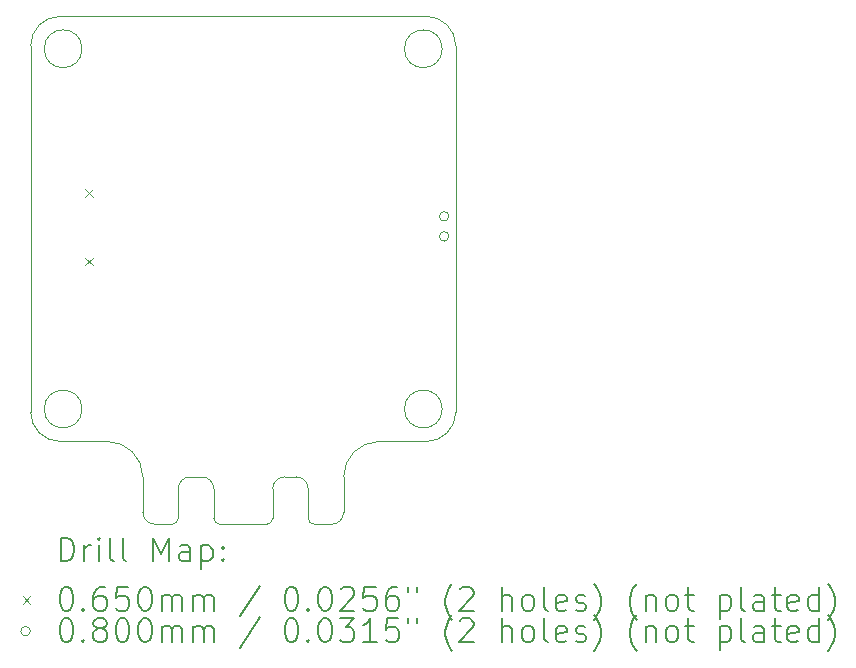
<source format=gbr>
%TF.GenerationSoftware,KiCad,Pcbnew,6.0.11-2627ca5db0~126~ubuntu22.04.1*%
%TF.CreationDate,2023-06-07T19:59:20+02:00*%
%TF.ProjectId,asac-fc-rev-b,61736163-2d66-4632-9d72-65762d622e6b,B*%
%TF.SameCoordinates,Original*%
%TF.FileFunction,Drillmap*%
%TF.FilePolarity,Positive*%
%FSLAX45Y45*%
G04 Gerber Fmt 4.5, Leading zero omitted, Abs format (unit mm)*
G04 Created by KiCad (PCBNEW 6.0.11-2627ca5db0~126~ubuntu22.04.1) date 2023-06-07 19:59:20*
%MOMM*%
%LPD*%
G01*
G04 APERTURE LIST*
%ADD10C,0.050000*%
%ADD11C,0.200000*%
%ADD12C,0.065000*%
%ADD13C,0.080000*%
G04 APERTURE END LIST*
D10*
X12158000Y-13959000D02*
G75*
G03*
X12058000Y-13859000I-100000J0D01*
G01*
X14208000Y-10209000D02*
G75*
G03*
X13958000Y-9959000I-250000J0D01*
G01*
X12158000Y-14209000D02*
X12158000Y-13959000D01*
X11558000Y-13859000D02*
G75*
G03*
X11258000Y-13559000I-300000J0D01*
G01*
X11258000Y-13559000D02*
X10858000Y-13559000D01*
X11808000Y-14259000D02*
X11658000Y-14259000D01*
X12058000Y-13859000D02*
X11958000Y-13859000D01*
X11043000Y-10234000D02*
G75*
G03*
X11043000Y-10234000I-160000J0D01*
G01*
X10858000Y-9959000D02*
X13958000Y-9959000D01*
X11858000Y-13959000D02*
X11858000Y-14209000D01*
X12958000Y-13959000D02*
X12958000Y-14209000D01*
X12608000Y-14259000D02*
G75*
G03*
X12658000Y-14209000I0J50000D01*
G01*
X11558000Y-14159000D02*
X11558000Y-13859000D01*
X12758000Y-13859000D02*
G75*
G03*
X12658000Y-13959000I0J-100000D01*
G01*
X11043000Y-13284000D02*
G75*
G03*
X11043000Y-13284000I-160000J0D01*
G01*
X14208000Y-10209000D02*
X14208000Y-13309000D01*
X10608000Y-13309000D02*
G75*
G03*
X10858000Y-13559000I250000J0D01*
G01*
X13958000Y-13559000D02*
G75*
G03*
X14208000Y-13309000I0J250000D01*
G01*
X12758000Y-13859000D02*
X12858000Y-13859000D01*
X14093000Y-10234000D02*
G75*
G03*
X14093000Y-10234000I-160000J0D01*
G01*
X13958000Y-13559000D02*
X13558000Y-13559000D01*
X11558000Y-14159000D02*
G75*
G03*
X11658000Y-14259000I100000J0D01*
G01*
X13558000Y-13559000D02*
G75*
G03*
X13258000Y-13859000I0J-300000D01*
G01*
X12958000Y-13959000D02*
G75*
G03*
X12858000Y-13859000I-100000J0D01*
G01*
X12658000Y-14209000D02*
X12658000Y-13959000D01*
X12608000Y-14259000D02*
X12208000Y-14259000D01*
X13158000Y-14259000D02*
X13008000Y-14259000D01*
X10608000Y-13309000D02*
X10608000Y-10209000D01*
X11958000Y-13859000D02*
G75*
G03*
X11858000Y-13959000I0J-100000D01*
G01*
X11808000Y-14259000D02*
G75*
G03*
X11858000Y-14209000I0J50000D01*
G01*
X13258000Y-13859000D02*
X13258000Y-14159000D01*
X12158000Y-14209000D02*
G75*
G03*
X12208000Y-14259000I50000J0D01*
G01*
X13158000Y-14259000D02*
G75*
G03*
X13258000Y-14159000I0J100000D01*
G01*
X12958000Y-14209000D02*
G75*
G03*
X13008000Y-14259000I50000J0D01*
G01*
X14093000Y-13284000D02*
G75*
G03*
X14093000Y-13284000I-160000J0D01*
G01*
X10858000Y-9959000D02*
G75*
G03*
X10608000Y-10209000I0J-250000D01*
G01*
D11*
D12*
X11069750Y-11424500D02*
X11134750Y-11489500D01*
X11134750Y-11424500D02*
X11069750Y-11489500D01*
X11069750Y-12002500D02*
X11134750Y-12067500D01*
X11134750Y-12002500D02*
X11069750Y-12067500D01*
D13*
X14149000Y-11653000D02*
G75*
G03*
X14149000Y-11653000I-40000J0D01*
G01*
X14149000Y-11823000D02*
G75*
G03*
X14149000Y-11823000I-40000J0D01*
G01*
D11*
X10863119Y-14571976D02*
X10863119Y-14371976D01*
X10910738Y-14371976D01*
X10939310Y-14381500D01*
X10958357Y-14400548D01*
X10967881Y-14419595D01*
X10977405Y-14457690D01*
X10977405Y-14486262D01*
X10967881Y-14524357D01*
X10958357Y-14543405D01*
X10939310Y-14562452D01*
X10910738Y-14571976D01*
X10863119Y-14571976D01*
X11063119Y-14571976D02*
X11063119Y-14438643D01*
X11063119Y-14476738D02*
X11072643Y-14457690D01*
X11082167Y-14448167D01*
X11101214Y-14438643D01*
X11120262Y-14438643D01*
X11186928Y-14571976D02*
X11186928Y-14438643D01*
X11186928Y-14371976D02*
X11177405Y-14381500D01*
X11186928Y-14391024D01*
X11196452Y-14381500D01*
X11186928Y-14371976D01*
X11186928Y-14391024D01*
X11310738Y-14571976D02*
X11291690Y-14562452D01*
X11282167Y-14543405D01*
X11282167Y-14371976D01*
X11415500Y-14571976D02*
X11396452Y-14562452D01*
X11386928Y-14543405D01*
X11386928Y-14371976D01*
X11644071Y-14571976D02*
X11644071Y-14371976D01*
X11710738Y-14514833D01*
X11777405Y-14371976D01*
X11777405Y-14571976D01*
X11958357Y-14571976D02*
X11958357Y-14467214D01*
X11948833Y-14448167D01*
X11929786Y-14438643D01*
X11891690Y-14438643D01*
X11872643Y-14448167D01*
X11958357Y-14562452D02*
X11939309Y-14571976D01*
X11891690Y-14571976D01*
X11872643Y-14562452D01*
X11863119Y-14543405D01*
X11863119Y-14524357D01*
X11872643Y-14505309D01*
X11891690Y-14495786D01*
X11939309Y-14495786D01*
X11958357Y-14486262D01*
X12053595Y-14438643D02*
X12053595Y-14638643D01*
X12053595Y-14448167D02*
X12072643Y-14438643D01*
X12110738Y-14438643D01*
X12129786Y-14448167D01*
X12139309Y-14457690D01*
X12148833Y-14476738D01*
X12148833Y-14533881D01*
X12139309Y-14552928D01*
X12129786Y-14562452D01*
X12110738Y-14571976D01*
X12072643Y-14571976D01*
X12053595Y-14562452D01*
X12234548Y-14552928D02*
X12244071Y-14562452D01*
X12234548Y-14571976D01*
X12225024Y-14562452D01*
X12234548Y-14552928D01*
X12234548Y-14571976D01*
X12234548Y-14448167D02*
X12244071Y-14457690D01*
X12234548Y-14467214D01*
X12225024Y-14457690D01*
X12234548Y-14448167D01*
X12234548Y-14467214D01*
D12*
X10540500Y-14869000D02*
X10605500Y-14934000D01*
X10605500Y-14869000D02*
X10540500Y-14934000D01*
D11*
X10901214Y-14791976D02*
X10920262Y-14791976D01*
X10939310Y-14801500D01*
X10948833Y-14811024D01*
X10958357Y-14830071D01*
X10967881Y-14868167D01*
X10967881Y-14915786D01*
X10958357Y-14953881D01*
X10948833Y-14972928D01*
X10939310Y-14982452D01*
X10920262Y-14991976D01*
X10901214Y-14991976D01*
X10882167Y-14982452D01*
X10872643Y-14972928D01*
X10863119Y-14953881D01*
X10853595Y-14915786D01*
X10853595Y-14868167D01*
X10863119Y-14830071D01*
X10872643Y-14811024D01*
X10882167Y-14801500D01*
X10901214Y-14791976D01*
X11053595Y-14972928D02*
X11063119Y-14982452D01*
X11053595Y-14991976D01*
X11044071Y-14982452D01*
X11053595Y-14972928D01*
X11053595Y-14991976D01*
X11234548Y-14791976D02*
X11196452Y-14791976D01*
X11177405Y-14801500D01*
X11167881Y-14811024D01*
X11148833Y-14839595D01*
X11139310Y-14877690D01*
X11139310Y-14953881D01*
X11148833Y-14972928D01*
X11158357Y-14982452D01*
X11177405Y-14991976D01*
X11215500Y-14991976D01*
X11234548Y-14982452D01*
X11244071Y-14972928D01*
X11253595Y-14953881D01*
X11253595Y-14906262D01*
X11244071Y-14887214D01*
X11234548Y-14877690D01*
X11215500Y-14868167D01*
X11177405Y-14868167D01*
X11158357Y-14877690D01*
X11148833Y-14887214D01*
X11139310Y-14906262D01*
X11434548Y-14791976D02*
X11339309Y-14791976D01*
X11329786Y-14887214D01*
X11339309Y-14877690D01*
X11358357Y-14868167D01*
X11405976Y-14868167D01*
X11425024Y-14877690D01*
X11434548Y-14887214D01*
X11444071Y-14906262D01*
X11444071Y-14953881D01*
X11434548Y-14972928D01*
X11425024Y-14982452D01*
X11405976Y-14991976D01*
X11358357Y-14991976D01*
X11339309Y-14982452D01*
X11329786Y-14972928D01*
X11567881Y-14791976D02*
X11586928Y-14791976D01*
X11605976Y-14801500D01*
X11615500Y-14811024D01*
X11625024Y-14830071D01*
X11634548Y-14868167D01*
X11634548Y-14915786D01*
X11625024Y-14953881D01*
X11615500Y-14972928D01*
X11605976Y-14982452D01*
X11586928Y-14991976D01*
X11567881Y-14991976D01*
X11548833Y-14982452D01*
X11539309Y-14972928D01*
X11529786Y-14953881D01*
X11520262Y-14915786D01*
X11520262Y-14868167D01*
X11529786Y-14830071D01*
X11539309Y-14811024D01*
X11548833Y-14801500D01*
X11567881Y-14791976D01*
X11720262Y-14991976D02*
X11720262Y-14858643D01*
X11720262Y-14877690D02*
X11729786Y-14868167D01*
X11748833Y-14858643D01*
X11777405Y-14858643D01*
X11796452Y-14868167D01*
X11805976Y-14887214D01*
X11805976Y-14991976D01*
X11805976Y-14887214D02*
X11815500Y-14868167D01*
X11834548Y-14858643D01*
X11863119Y-14858643D01*
X11882167Y-14868167D01*
X11891690Y-14887214D01*
X11891690Y-14991976D01*
X11986928Y-14991976D02*
X11986928Y-14858643D01*
X11986928Y-14877690D02*
X11996452Y-14868167D01*
X12015500Y-14858643D01*
X12044071Y-14858643D01*
X12063119Y-14868167D01*
X12072643Y-14887214D01*
X12072643Y-14991976D01*
X12072643Y-14887214D02*
X12082167Y-14868167D01*
X12101214Y-14858643D01*
X12129786Y-14858643D01*
X12148833Y-14868167D01*
X12158357Y-14887214D01*
X12158357Y-14991976D01*
X12548833Y-14782452D02*
X12377405Y-15039595D01*
X12805976Y-14791976D02*
X12825024Y-14791976D01*
X12844071Y-14801500D01*
X12853595Y-14811024D01*
X12863119Y-14830071D01*
X12872643Y-14868167D01*
X12872643Y-14915786D01*
X12863119Y-14953881D01*
X12853595Y-14972928D01*
X12844071Y-14982452D01*
X12825024Y-14991976D01*
X12805976Y-14991976D01*
X12786928Y-14982452D01*
X12777405Y-14972928D01*
X12767881Y-14953881D01*
X12758357Y-14915786D01*
X12758357Y-14868167D01*
X12767881Y-14830071D01*
X12777405Y-14811024D01*
X12786928Y-14801500D01*
X12805976Y-14791976D01*
X12958357Y-14972928D02*
X12967881Y-14982452D01*
X12958357Y-14991976D01*
X12948833Y-14982452D01*
X12958357Y-14972928D01*
X12958357Y-14991976D01*
X13091690Y-14791976D02*
X13110738Y-14791976D01*
X13129786Y-14801500D01*
X13139309Y-14811024D01*
X13148833Y-14830071D01*
X13158357Y-14868167D01*
X13158357Y-14915786D01*
X13148833Y-14953881D01*
X13139309Y-14972928D01*
X13129786Y-14982452D01*
X13110738Y-14991976D01*
X13091690Y-14991976D01*
X13072643Y-14982452D01*
X13063119Y-14972928D01*
X13053595Y-14953881D01*
X13044071Y-14915786D01*
X13044071Y-14868167D01*
X13053595Y-14830071D01*
X13063119Y-14811024D01*
X13072643Y-14801500D01*
X13091690Y-14791976D01*
X13234548Y-14811024D02*
X13244071Y-14801500D01*
X13263119Y-14791976D01*
X13310738Y-14791976D01*
X13329786Y-14801500D01*
X13339309Y-14811024D01*
X13348833Y-14830071D01*
X13348833Y-14849119D01*
X13339309Y-14877690D01*
X13225024Y-14991976D01*
X13348833Y-14991976D01*
X13529786Y-14791976D02*
X13434548Y-14791976D01*
X13425024Y-14887214D01*
X13434548Y-14877690D01*
X13453595Y-14868167D01*
X13501214Y-14868167D01*
X13520262Y-14877690D01*
X13529786Y-14887214D01*
X13539309Y-14906262D01*
X13539309Y-14953881D01*
X13529786Y-14972928D01*
X13520262Y-14982452D01*
X13501214Y-14991976D01*
X13453595Y-14991976D01*
X13434548Y-14982452D01*
X13425024Y-14972928D01*
X13710738Y-14791976D02*
X13672643Y-14791976D01*
X13653595Y-14801500D01*
X13644071Y-14811024D01*
X13625024Y-14839595D01*
X13615500Y-14877690D01*
X13615500Y-14953881D01*
X13625024Y-14972928D01*
X13634548Y-14982452D01*
X13653595Y-14991976D01*
X13691690Y-14991976D01*
X13710738Y-14982452D01*
X13720262Y-14972928D01*
X13729786Y-14953881D01*
X13729786Y-14906262D01*
X13720262Y-14887214D01*
X13710738Y-14877690D01*
X13691690Y-14868167D01*
X13653595Y-14868167D01*
X13634548Y-14877690D01*
X13625024Y-14887214D01*
X13615500Y-14906262D01*
X13805976Y-14791976D02*
X13805976Y-14830071D01*
X13882167Y-14791976D02*
X13882167Y-14830071D01*
X14177405Y-15068167D02*
X14167881Y-15058643D01*
X14148833Y-15030071D01*
X14139309Y-15011024D01*
X14129786Y-14982452D01*
X14120262Y-14934833D01*
X14120262Y-14896738D01*
X14129786Y-14849119D01*
X14139309Y-14820548D01*
X14148833Y-14801500D01*
X14167881Y-14772928D01*
X14177405Y-14763405D01*
X14244071Y-14811024D02*
X14253595Y-14801500D01*
X14272643Y-14791976D01*
X14320262Y-14791976D01*
X14339309Y-14801500D01*
X14348833Y-14811024D01*
X14358357Y-14830071D01*
X14358357Y-14849119D01*
X14348833Y-14877690D01*
X14234548Y-14991976D01*
X14358357Y-14991976D01*
X14596452Y-14991976D02*
X14596452Y-14791976D01*
X14682167Y-14991976D02*
X14682167Y-14887214D01*
X14672643Y-14868167D01*
X14653595Y-14858643D01*
X14625024Y-14858643D01*
X14605976Y-14868167D01*
X14596452Y-14877690D01*
X14805976Y-14991976D02*
X14786928Y-14982452D01*
X14777405Y-14972928D01*
X14767881Y-14953881D01*
X14767881Y-14896738D01*
X14777405Y-14877690D01*
X14786928Y-14868167D01*
X14805976Y-14858643D01*
X14834548Y-14858643D01*
X14853595Y-14868167D01*
X14863119Y-14877690D01*
X14872643Y-14896738D01*
X14872643Y-14953881D01*
X14863119Y-14972928D01*
X14853595Y-14982452D01*
X14834548Y-14991976D01*
X14805976Y-14991976D01*
X14986928Y-14991976D02*
X14967881Y-14982452D01*
X14958357Y-14963405D01*
X14958357Y-14791976D01*
X15139309Y-14982452D02*
X15120262Y-14991976D01*
X15082167Y-14991976D01*
X15063119Y-14982452D01*
X15053595Y-14963405D01*
X15053595Y-14887214D01*
X15063119Y-14868167D01*
X15082167Y-14858643D01*
X15120262Y-14858643D01*
X15139309Y-14868167D01*
X15148833Y-14887214D01*
X15148833Y-14906262D01*
X15053595Y-14925309D01*
X15225024Y-14982452D02*
X15244071Y-14991976D01*
X15282167Y-14991976D01*
X15301214Y-14982452D01*
X15310738Y-14963405D01*
X15310738Y-14953881D01*
X15301214Y-14934833D01*
X15282167Y-14925309D01*
X15253595Y-14925309D01*
X15234548Y-14915786D01*
X15225024Y-14896738D01*
X15225024Y-14887214D01*
X15234548Y-14868167D01*
X15253595Y-14858643D01*
X15282167Y-14858643D01*
X15301214Y-14868167D01*
X15377405Y-15068167D02*
X15386928Y-15058643D01*
X15405976Y-15030071D01*
X15415500Y-15011024D01*
X15425024Y-14982452D01*
X15434548Y-14934833D01*
X15434548Y-14896738D01*
X15425024Y-14849119D01*
X15415500Y-14820548D01*
X15405976Y-14801500D01*
X15386928Y-14772928D01*
X15377405Y-14763405D01*
X15739309Y-15068167D02*
X15729786Y-15058643D01*
X15710738Y-15030071D01*
X15701214Y-15011024D01*
X15691690Y-14982452D01*
X15682167Y-14934833D01*
X15682167Y-14896738D01*
X15691690Y-14849119D01*
X15701214Y-14820548D01*
X15710738Y-14801500D01*
X15729786Y-14772928D01*
X15739309Y-14763405D01*
X15815500Y-14858643D02*
X15815500Y-14991976D01*
X15815500Y-14877690D02*
X15825024Y-14868167D01*
X15844071Y-14858643D01*
X15872643Y-14858643D01*
X15891690Y-14868167D01*
X15901214Y-14887214D01*
X15901214Y-14991976D01*
X16025024Y-14991976D02*
X16005976Y-14982452D01*
X15996452Y-14972928D01*
X15986928Y-14953881D01*
X15986928Y-14896738D01*
X15996452Y-14877690D01*
X16005976Y-14868167D01*
X16025024Y-14858643D01*
X16053595Y-14858643D01*
X16072643Y-14868167D01*
X16082167Y-14877690D01*
X16091690Y-14896738D01*
X16091690Y-14953881D01*
X16082167Y-14972928D01*
X16072643Y-14982452D01*
X16053595Y-14991976D01*
X16025024Y-14991976D01*
X16148833Y-14858643D02*
X16225024Y-14858643D01*
X16177405Y-14791976D02*
X16177405Y-14963405D01*
X16186928Y-14982452D01*
X16205976Y-14991976D01*
X16225024Y-14991976D01*
X16444071Y-14858643D02*
X16444071Y-15058643D01*
X16444071Y-14868167D02*
X16463119Y-14858643D01*
X16501214Y-14858643D01*
X16520262Y-14868167D01*
X16529786Y-14877690D01*
X16539309Y-14896738D01*
X16539309Y-14953881D01*
X16529786Y-14972928D01*
X16520262Y-14982452D01*
X16501214Y-14991976D01*
X16463119Y-14991976D01*
X16444071Y-14982452D01*
X16653595Y-14991976D02*
X16634548Y-14982452D01*
X16625024Y-14963405D01*
X16625024Y-14791976D01*
X16815500Y-14991976D02*
X16815500Y-14887214D01*
X16805976Y-14868167D01*
X16786929Y-14858643D01*
X16748833Y-14858643D01*
X16729786Y-14868167D01*
X16815500Y-14982452D02*
X16796452Y-14991976D01*
X16748833Y-14991976D01*
X16729786Y-14982452D01*
X16720262Y-14963405D01*
X16720262Y-14944357D01*
X16729786Y-14925309D01*
X16748833Y-14915786D01*
X16796452Y-14915786D01*
X16815500Y-14906262D01*
X16882167Y-14858643D02*
X16958357Y-14858643D01*
X16910738Y-14791976D02*
X16910738Y-14963405D01*
X16920262Y-14982452D01*
X16939310Y-14991976D01*
X16958357Y-14991976D01*
X17101214Y-14982452D02*
X17082167Y-14991976D01*
X17044071Y-14991976D01*
X17025024Y-14982452D01*
X17015500Y-14963405D01*
X17015500Y-14887214D01*
X17025024Y-14868167D01*
X17044071Y-14858643D01*
X17082167Y-14858643D01*
X17101214Y-14868167D01*
X17110738Y-14887214D01*
X17110738Y-14906262D01*
X17015500Y-14925309D01*
X17282167Y-14991976D02*
X17282167Y-14791976D01*
X17282167Y-14982452D02*
X17263119Y-14991976D01*
X17225024Y-14991976D01*
X17205976Y-14982452D01*
X17196452Y-14972928D01*
X17186929Y-14953881D01*
X17186929Y-14896738D01*
X17196452Y-14877690D01*
X17205976Y-14868167D01*
X17225024Y-14858643D01*
X17263119Y-14858643D01*
X17282167Y-14868167D01*
X17358357Y-15068167D02*
X17367881Y-15058643D01*
X17386929Y-15030071D01*
X17396452Y-15011024D01*
X17405976Y-14982452D01*
X17415500Y-14934833D01*
X17415500Y-14896738D01*
X17405976Y-14849119D01*
X17396452Y-14820548D01*
X17386929Y-14801500D01*
X17367881Y-14772928D01*
X17358357Y-14763405D01*
D13*
X10605500Y-15165500D02*
G75*
G03*
X10605500Y-15165500I-40000J0D01*
G01*
D11*
X10901214Y-15055976D02*
X10920262Y-15055976D01*
X10939310Y-15065500D01*
X10948833Y-15075024D01*
X10958357Y-15094071D01*
X10967881Y-15132167D01*
X10967881Y-15179786D01*
X10958357Y-15217881D01*
X10948833Y-15236928D01*
X10939310Y-15246452D01*
X10920262Y-15255976D01*
X10901214Y-15255976D01*
X10882167Y-15246452D01*
X10872643Y-15236928D01*
X10863119Y-15217881D01*
X10853595Y-15179786D01*
X10853595Y-15132167D01*
X10863119Y-15094071D01*
X10872643Y-15075024D01*
X10882167Y-15065500D01*
X10901214Y-15055976D01*
X11053595Y-15236928D02*
X11063119Y-15246452D01*
X11053595Y-15255976D01*
X11044071Y-15246452D01*
X11053595Y-15236928D01*
X11053595Y-15255976D01*
X11177405Y-15141690D02*
X11158357Y-15132167D01*
X11148833Y-15122643D01*
X11139310Y-15103595D01*
X11139310Y-15094071D01*
X11148833Y-15075024D01*
X11158357Y-15065500D01*
X11177405Y-15055976D01*
X11215500Y-15055976D01*
X11234548Y-15065500D01*
X11244071Y-15075024D01*
X11253595Y-15094071D01*
X11253595Y-15103595D01*
X11244071Y-15122643D01*
X11234548Y-15132167D01*
X11215500Y-15141690D01*
X11177405Y-15141690D01*
X11158357Y-15151214D01*
X11148833Y-15160738D01*
X11139310Y-15179786D01*
X11139310Y-15217881D01*
X11148833Y-15236928D01*
X11158357Y-15246452D01*
X11177405Y-15255976D01*
X11215500Y-15255976D01*
X11234548Y-15246452D01*
X11244071Y-15236928D01*
X11253595Y-15217881D01*
X11253595Y-15179786D01*
X11244071Y-15160738D01*
X11234548Y-15151214D01*
X11215500Y-15141690D01*
X11377405Y-15055976D02*
X11396452Y-15055976D01*
X11415500Y-15065500D01*
X11425024Y-15075024D01*
X11434548Y-15094071D01*
X11444071Y-15132167D01*
X11444071Y-15179786D01*
X11434548Y-15217881D01*
X11425024Y-15236928D01*
X11415500Y-15246452D01*
X11396452Y-15255976D01*
X11377405Y-15255976D01*
X11358357Y-15246452D01*
X11348833Y-15236928D01*
X11339309Y-15217881D01*
X11329786Y-15179786D01*
X11329786Y-15132167D01*
X11339309Y-15094071D01*
X11348833Y-15075024D01*
X11358357Y-15065500D01*
X11377405Y-15055976D01*
X11567881Y-15055976D02*
X11586928Y-15055976D01*
X11605976Y-15065500D01*
X11615500Y-15075024D01*
X11625024Y-15094071D01*
X11634548Y-15132167D01*
X11634548Y-15179786D01*
X11625024Y-15217881D01*
X11615500Y-15236928D01*
X11605976Y-15246452D01*
X11586928Y-15255976D01*
X11567881Y-15255976D01*
X11548833Y-15246452D01*
X11539309Y-15236928D01*
X11529786Y-15217881D01*
X11520262Y-15179786D01*
X11520262Y-15132167D01*
X11529786Y-15094071D01*
X11539309Y-15075024D01*
X11548833Y-15065500D01*
X11567881Y-15055976D01*
X11720262Y-15255976D02*
X11720262Y-15122643D01*
X11720262Y-15141690D02*
X11729786Y-15132167D01*
X11748833Y-15122643D01*
X11777405Y-15122643D01*
X11796452Y-15132167D01*
X11805976Y-15151214D01*
X11805976Y-15255976D01*
X11805976Y-15151214D02*
X11815500Y-15132167D01*
X11834548Y-15122643D01*
X11863119Y-15122643D01*
X11882167Y-15132167D01*
X11891690Y-15151214D01*
X11891690Y-15255976D01*
X11986928Y-15255976D02*
X11986928Y-15122643D01*
X11986928Y-15141690D02*
X11996452Y-15132167D01*
X12015500Y-15122643D01*
X12044071Y-15122643D01*
X12063119Y-15132167D01*
X12072643Y-15151214D01*
X12072643Y-15255976D01*
X12072643Y-15151214D02*
X12082167Y-15132167D01*
X12101214Y-15122643D01*
X12129786Y-15122643D01*
X12148833Y-15132167D01*
X12158357Y-15151214D01*
X12158357Y-15255976D01*
X12548833Y-15046452D02*
X12377405Y-15303595D01*
X12805976Y-15055976D02*
X12825024Y-15055976D01*
X12844071Y-15065500D01*
X12853595Y-15075024D01*
X12863119Y-15094071D01*
X12872643Y-15132167D01*
X12872643Y-15179786D01*
X12863119Y-15217881D01*
X12853595Y-15236928D01*
X12844071Y-15246452D01*
X12825024Y-15255976D01*
X12805976Y-15255976D01*
X12786928Y-15246452D01*
X12777405Y-15236928D01*
X12767881Y-15217881D01*
X12758357Y-15179786D01*
X12758357Y-15132167D01*
X12767881Y-15094071D01*
X12777405Y-15075024D01*
X12786928Y-15065500D01*
X12805976Y-15055976D01*
X12958357Y-15236928D02*
X12967881Y-15246452D01*
X12958357Y-15255976D01*
X12948833Y-15246452D01*
X12958357Y-15236928D01*
X12958357Y-15255976D01*
X13091690Y-15055976D02*
X13110738Y-15055976D01*
X13129786Y-15065500D01*
X13139309Y-15075024D01*
X13148833Y-15094071D01*
X13158357Y-15132167D01*
X13158357Y-15179786D01*
X13148833Y-15217881D01*
X13139309Y-15236928D01*
X13129786Y-15246452D01*
X13110738Y-15255976D01*
X13091690Y-15255976D01*
X13072643Y-15246452D01*
X13063119Y-15236928D01*
X13053595Y-15217881D01*
X13044071Y-15179786D01*
X13044071Y-15132167D01*
X13053595Y-15094071D01*
X13063119Y-15075024D01*
X13072643Y-15065500D01*
X13091690Y-15055976D01*
X13225024Y-15055976D02*
X13348833Y-15055976D01*
X13282167Y-15132167D01*
X13310738Y-15132167D01*
X13329786Y-15141690D01*
X13339309Y-15151214D01*
X13348833Y-15170262D01*
X13348833Y-15217881D01*
X13339309Y-15236928D01*
X13329786Y-15246452D01*
X13310738Y-15255976D01*
X13253595Y-15255976D01*
X13234548Y-15246452D01*
X13225024Y-15236928D01*
X13539309Y-15255976D02*
X13425024Y-15255976D01*
X13482167Y-15255976D02*
X13482167Y-15055976D01*
X13463119Y-15084548D01*
X13444071Y-15103595D01*
X13425024Y-15113119D01*
X13720262Y-15055976D02*
X13625024Y-15055976D01*
X13615500Y-15151214D01*
X13625024Y-15141690D01*
X13644071Y-15132167D01*
X13691690Y-15132167D01*
X13710738Y-15141690D01*
X13720262Y-15151214D01*
X13729786Y-15170262D01*
X13729786Y-15217881D01*
X13720262Y-15236928D01*
X13710738Y-15246452D01*
X13691690Y-15255976D01*
X13644071Y-15255976D01*
X13625024Y-15246452D01*
X13615500Y-15236928D01*
X13805976Y-15055976D02*
X13805976Y-15094071D01*
X13882167Y-15055976D02*
X13882167Y-15094071D01*
X14177405Y-15332167D02*
X14167881Y-15322643D01*
X14148833Y-15294071D01*
X14139309Y-15275024D01*
X14129786Y-15246452D01*
X14120262Y-15198833D01*
X14120262Y-15160738D01*
X14129786Y-15113119D01*
X14139309Y-15084548D01*
X14148833Y-15065500D01*
X14167881Y-15036928D01*
X14177405Y-15027405D01*
X14244071Y-15075024D02*
X14253595Y-15065500D01*
X14272643Y-15055976D01*
X14320262Y-15055976D01*
X14339309Y-15065500D01*
X14348833Y-15075024D01*
X14358357Y-15094071D01*
X14358357Y-15113119D01*
X14348833Y-15141690D01*
X14234548Y-15255976D01*
X14358357Y-15255976D01*
X14596452Y-15255976D02*
X14596452Y-15055976D01*
X14682167Y-15255976D02*
X14682167Y-15151214D01*
X14672643Y-15132167D01*
X14653595Y-15122643D01*
X14625024Y-15122643D01*
X14605976Y-15132167D01*
X14596452Y-15141690D01*
X14805976Y-15255976D02*
X14786928Y-15246452D01*
X14777405Y-15236928D01*
X14767881Y-15217881D01*
X14767881Y-15160738D01*
X14777405Y-15141690D01*
X14786928Y-15132167D01*
X14805976Y-15122643D01*
X14834548Y-15122643D01*
X14853595Y-15132167D01*
X14863119Y-15141690D01*
X14872643Y-15160738D01*
X14872643Y-15217881D01*
X14863119Y-15236928D01*
X14853595Y-15246452D01*
X14834548Y-15255976D01*
X14805976Y-15255976D01*
X14986928Y-15255976D02*
X14967881Y-15246452D01*
X14958357Y-15227405D01*
X14958357Y-15055976D01*
X15139309Y-15246452D02*
X15120262Y-15255976D01*
X15082167Y-15255976D01*
X15063119Y-15246452D01*
X15053595Y-15227405D01*
X15053595Y-15151214D01*
X15063119Y-15132167D01*
X15082167Y-15122643D01*
X15120262Y-15122643D01*
X15139309Y-15132167D01*
X15148833Y-15151214D01*
X15148833Y-15170262D01*
X15053595Y-15189309D01*
X15225024Y-15246452D02*
X15244071Y-15255976D01*
X15282167Y-15255976D01*
X15301214Y-15246452D01*
X15310738Y-15227405D01*
X15310738Y-15217881D01*
X15301214Y-15198833D01*
X15282167Y-15189309D01*
X15253595Y-15189309D01*
X15234548Y-15179786D01*
X15225024Y-15160738D01*
X15225024Y-15151214D01*
X15234548Y-15132167D01*
X15253595Y-15122643D01*
X15282167Y-15122643D01*
X15301214Y-15132167D01*
X15377405Y-15332167D02*
X15386928Y-15322643D01*
X15405976Y-15294071D01*
X15415500Y-15275024D01*
X15425024Y-15246452D01*
X15434548Y-15198833D01*
X15434548Y-15160738D01*
X15425024Y-15113119D01*
X15415500Y-15084548D01*
X15405976Y-15065500D01*
X15386928Y-15036928D01*
X15377405Y-15027405D01*
X15739309Y-15332167D02*
X15729786Y-15322643D01*
X15710738Y-15294071D01*
X15701214Y-15275024D01*
X15691690Y-15246452D01*
X15682167Y-15198833D01*
X15682167Y-15160738D01*
X15691690Y-15113119D01*
X15701214Y-15084548D01*
X15710738Y-15065500D01*
X15729786Y-15036928D01*
X15739309Y-15027405D01*
X15815500Y-15122643D02*
X15815500Y-15255976D01*
X15815500Y-15141690D02*
X15825024Y-15132167D01*
X15844071Y-15122643D01*
X15872643Y-15122643D01*
X15891690Y-15132167D01*
X15901214Y-15151214D01*
X15901214Y-15255976D01*
X16025024Y-15255976D02*
X16005976Y-15246452D01*
X15996452Y-15236928D01*
X15986928Y-15217881D01*
X15986928Y-15160738D01*
X15996452Y-15141690D01*
X16005976Y-15132167D01*
X16025024Y-15122643D01*
X16053595Y-15122643D01*
X16072643Y-15132167D01*
X16082167Y-15141690D01*
X16091690Y-15160738D01*
X16091690Y-15217881D01*
X16082167Y-15236928D01*
X16072643Y-15246452D01*
X16053595Y-15255976D01*
X16025024Y-15255976D01*
X16148833Y-15122643D02*
X16225024Y-15122643D01*
X16177405Y-15055976D02*
X16177405Y-15227405D01*
X16186928Y-15246452D01*
X16205976Y-15255976D01*
X16225024Y-15255976D01*
X16444071Y-15122643D02*
X16444071Y-15322643D01*
X16444071Y-15132167D02*
X16463119Y-15122643D01*
X16501214Y-15122643D01*
X16520262Y-15132167D01*
X16529786Y-15141690D01*
X16539309Y-15160738D01*
X16539309Y-15217881D01*
X16529786Y-15236928D01*
X16520262Y-15246452D01*
X16501214Y-15255976D01*
X16463119Y-15255976D01*
X16444071Y-15246452D01*
X16653595Y-15255976D02*
X16634548Y-15246452D01*
X16625024Y-15227405D01*
X16625024Y-15055976D01*
X16815500Y-15255976D02*
X16815500Y-15151214D01*
X16805976Y-15132167D01*
X16786929Y-15122643D01*
X16748833Y-15122643D01*
X16729786Y-15132167D01*
X16815500Y-15246452D02*
X16796452Y-15255976D01*
X16748833Y-15255976D01*
X16729786Y-15246452D01*
X16720262Y-15227405D01*
X16720262Y-15208357D01*
X16729786Y-15189309D01*
X16748833Y-15179786D01*
X16796452Y-15179786D01*
X16815500Y-15170262D01*
X16882167Y-15122643D02*
X16958357Y-15122643D01*
X16910738Y-15055976D02*
X16910738Y-15227405D01*
X16920262Y-15246452D01*
X16939310Y-15255976D01*
X16958357Y-15255976D01*
X17101214Y-15246452D02*
X17082167Y-15255976D01*
X17044071Y-15255976D01*
X17025024Y-15246452D01*
X17015500Y-15227405D01*
X17015500Y-15151214D01*
X17025024Y-15132167D01*
X17044071Y-15122643D01*
X17082167Y-15122643D01*
X17101214Y-15132167D01*
X17110738Y-15151214D01*
X17110738Y-15170262D01*
X17015500Y-15189309D01*
X17282167Y-15255976D02*
X17282167Y-15055976D01*
X17282167Y-15246452D02*
X17263119Y-15255976D01*
X17225024Y-15255976D01*
X17205976Y-15246452D01*
X17196452Y-15236928D01*
X17186929Y-15217881D01*
X17186929Y-15160738D01*
X17196452Y-15141690D01*
X17205976Y-15132167D01*
X17225024Y-15122643D01*
X17263119Y-15122643D01*
X17282167Y-15132167D01*
X17358357Y-15332167D02*
X17367881Y-15322643D01*
X17386929Y-15294071D01*
X17396452Y-15275024D01*
X17405976Y-15246452D01*
X17415500Y-15198833D01*
X17415500Y-15160738D01*
X17405976Y-15113119D01*
X17396452Y-15084548D01*
X17386929Y-15065500D01*
X17367881Y-15036928D01*
X17358357Y-15027405D01*
M02*

</source>
